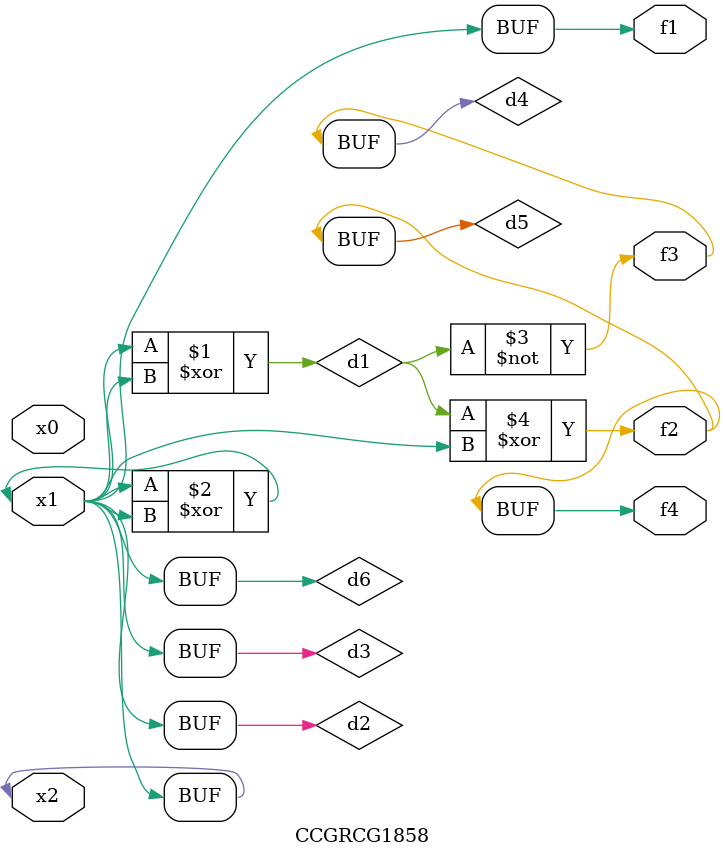
<source format=v>
module CCGRCG1858(
	input x0, x1, x2,
	output f1, f2, f3, f4
);

	wire d1, d2, d3, d4, d5, d6;

	xor (d1, x1, x2);
	buf (d2, x1, x2);
	xor (d3, x1, x2);
	nor (d4, d1);
	xor (d5, d1, d2);
	buf (d6, d2, d3);
	assign f1 = d6;
	assign f2 = d5;
	assign f3 = d4;
	assign f4 = d5;
endmodule

</source>
